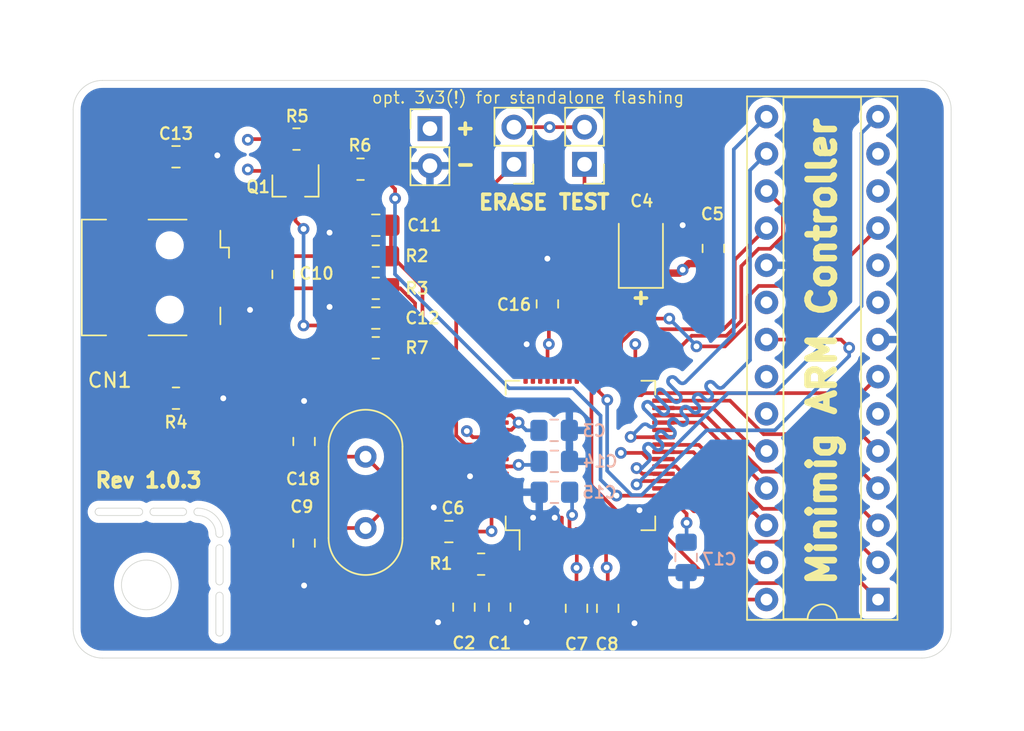
<source format=kicad_pcb>
(kicad_pcb (version 20211014) (generator pcbnew)
  (layers (0 "F.Cu" signal) (1 "In1.Cu" signal) (2 "In2.Cu" power) (31 "B.Cu" signal) (34 "B.Paste" user) (35 "F.Paste" user) (36 "B.SilkS" user "B.Silkscreen") (37 "F.SilkS" user "F.Silkscreen") (38 "B.Mask" user) (39 "F.Mask" user) (44 "Edge.Cuts" user))
  (net 0 "")
  (net 1 "GND")
  (net 2 "MCLR")
  (net 3 "BUTTON")
  (net 4 "MMC_SEL")
  (net 5 "CCLK")
  (net 6 "RXD")
  (net 7 "TXD")
  (net 8 "INIT")
  (net 9 "DONE")
  (net 10 "PROG")
  (net 11 "DISKLED")
  (net 12 "FPGA0")
  (net 13 "FPGA1")
  (net 14 "CLKEN")
  (net 15 "SDO")
  (net 16 "SCK")
  (net 17 "FPGA2")
  (net 18 "DIN")
  (net 19 "ERASE")
  (net 20 "TST")
  (net 21 "USB_DP")
  (net 22 "USB_DM")
  (net 23 "DDM")
  (net 24 "DDP")
  (net 25 "SHIELD")
  (net 26 "Net-(Q1-Pad3)")
  (net 27 "Net-(Q1-Pad1)")
  (net 28 "USB_PULLUP")
  (net 29 "Net-(C1-Pad1)")
  (net 30 "Net-(C2-Pad1)")
  (net 31 "Net-(C9-Pad1)")
  (net 32 "Net-(C18-Pad1)")
  (net 33 "VDDIN")
  (net 34 "SDI")
  (net 35 "VDDCORE")
  (footprint "Package_QFP:LQFP-64_10x10mm_P0.5mm" (layer "F.Cu") (at 134.667 46.148 90)
    (fp_text reference "U1" hide)
    (fp_text value "AT91SAM7S256" hide)
  )
  (footprint "Package_DIP:DIP-28_W7.62mm_Socket" (layer "F.Cu") (at 155 56 180)
    (fp_text reference "U2" hide)
    (fp_text value "PIC_PIN_HEADER" hide)
  )
  (footprint "Connector_PinHeader_2.54mm:PinHeader_1x02_P2.54mm_Vertical" (layer "F.Cu") (at 130.1204 26.2344 180)
    (fp_text reference "JP1" hide)
    (fp_text value "Conn_01x02_Male" hide)
  )
  (footprint "Connector_PinHeader_2.54mm:PinHeader_1x02_P2.54mm_Vertical" (layer "F.Cu") (at 134.9464 26.2344 180)
    (fp_text reference "JP2" hide)
    (fp_text value "Conn_01x02_Male" hide)
  )
  (footprint "Capacitor_SMD:C_0805_2012Metric_Pad1.18x1.45mm_HandSolder" (layer "F.Cu") (at 126.7045 56.5225 -90)
    (fp_text reference "C2")
    (fp_text value "10n" hide)
  )
  (footprint "Resistor_SMD:R_0805_2012Metric_Pad1.20x1.40mm_HandSolder" (layer "F.Cu") (at 127.8785 53.5799)
    (fp_text reference "R1")
    (fp_text value "1K5" hide)
  )
  (footprint "Capacitor_Tantalum_SMD:CP_EIA-3528-21_Kemet-B_Pad1.50x2.35mm_HandSolder" (layer "F.Cu") (at 138.7945 32.051 90)
    (fp_text reference "C4")
    (fp_text value "10u/16V" hide)
  )
  (footprint "Capacitor_SMD:C_0805_2012Metric_Pad1.18x1.45mm_HandSolder" (layer "F.Cu") (at 143.7475 31.9875 90)
    (fp_text reference "C5")
    (fp_text value "1n" hide)
  )
  (footprint "Resistor_SMD:R_0805_2012Metric_Pad1.20x1.40mm_HandSolder" (layer "F.Cu") (at 119.6375 26.57 180)
    (fp_text reference "R6")
    (fp_text value "10K" hide)
  )
  (footprint "Resistor_SMD:R_0805_2012Metric_Pad1.20x1.40mm_HandSolder" (layer "F.Cu") (at 120.6795 34.718 180)
    (fp_text reference "R3")
    (fp_text value "27R" hide)
  )
  (footprint "Resistor_SMD:R_0805_2012Metric_Pad1.20x1.40mm_HandSolder" (layer "F.Cu") (at 120.6795 38.782 180)
    (fp_text reference "R7")
    (fp_text value "1K5" hide)
  )
  (footprint "Package_TO_SOT_SMD:SOT-23" (layer "F.Cu") (at 115.1925 27.687 -90)
    (fp_text reference "Q1")
    (fp_text value "BC807" hide)
  )
  (footprint "Capacitor_SMD:C_0805_2012Metric_Pad1.18x1.45mm_HandSolder" (layer "F.Cu") (at 120.6795 36.75 180)
    (fp_text reference "C12")
    (fp_text value "15p" hide)
  )
  (footprint "Resistor_SMD:R_0805_2012Metric_Pad1.20x1.40mm_HandSolder" (layer "F.Cu") (at 120.6795 32.5155 180)
    (fp_text reference "R2")
    (fp_text value "27R" hide)
  )
  (footprint "Resistor_SMD:R_0805_2012Metric_Pad1.20x1.40mm_HandSolder" (layer "F.Cu") (at 115.2625 24.512 180)
    (fp_text reference "R5")
    (fp_text value "100K" hide)
  )
  (footprint "Capacitor_SMD:C_0805_2012Metric_Pad1.18x1.45mm_HandSolder" (layer "F.Cu") (at 115.78 52.14 -90)
    (fp_text reference "C9")
    (fp_text value "10p" hide)
  )
  (footprint "Capacitor_SMD:C_0805_2012Metric_Pad1.18x1.45mm_HandSolder" (layer "F.Cu") (at 115.78 45.19 90)
    (fp_text reference "C18")
    (fp_text value "10p" hide)
  )
  (footprint "Crystal:Crystal_HC49-U_Vertical" (layer "F.Cu") (at 119.98 51.11 90)
    (fp_text reference "X1" hide)
    (fp_text value "18.342MHz")
  )
  (footprint "Capacitor_SMD:C_0805_2012Metric_Pad1.18x1.45mm_HandSolder" (layer "F.Cu") (at 129.1485 56.5225 -90)
    (fp_text reference "C1")
    (fp_text value "1n" hide)
  )
  (footprint "Capacitor_SMD:C_0805_2012Metric_Pad1.18x1.45mm_HandSolder" (layer "F.Cu") (at 125.6725 51.35 180)
    (fp_text reference "C6")
    (fp_text value "1u" hide)
  )
  (footprint "Capacitor_SMD:C_0805_2012Metric_Pad1.18x1.45mm_HandSolder" (layer "F.Cu") (at 134.3964 56.6 -90)
    (fp_text reference "C7")
    (fp_text value "1u" hide)
  )
  (footprint "Capacitor_SMD:C_0805_2012Metric_Pad1.18x1.45mm_HandSolder" (layer "F.Cu") (at 136.53 56.6 -90)
    (fp_text reference "C8")
    (fp_text value "1n" hide)
  )
  (footprint "Capacitor_SMD:C_0805_2012Metric_Pad1.18x1.45mm_HandSolder" (layer "F.Cu") (at 132.4064 35.7848 90)
    (fp_text reference "C16")
    (fp_text value "100n" hide)
  )
  (footprint "Connector_PinHeader_2.54mm:PinHeader_1x02_P2.54mm_Vertical" (layer "F.Cu") (at 124.38 23.796)
    (fp_text reference "J1" hide)
    (fp_text value "Conn_01x02_Male" hide)
  )
  (footprint "Capacitor_SMD:C_0805_2012Metric_Pad1.18x1.45mm_HandSolder" (layer "F.Cu") (at 107.027 25.721)
    (fp_text reference "C13")
    (fp_text value "1n" hide)
  )
  (footprint "Capacitor_SMD:C_0805_2012Metric_Pad1.18x1.45mm_HandSolder" (layer "F.Cu") (at 114.347 33.7655 -90)
    (fp_text reference "C10")
    (fp_text value "33p" hide)
  )
  (footprint "Resistor_SMD:R_0805_2012Metric_Pad1.20x1.40mm_HandSolder" (layer "F.Cu") (at 107.027 42.231 180)
    (fp_text reference "R4")
    (fp_text value "1M" hide)
  )
  (footprint "Capacitor_SMD:C_0805_2012Metric_Pad1.18x1.45mm_HandSolder" (layer "F.Cu") (at 120.6795 30.4 180)
    (fp_text reference "C11")
    (fp_text value "15p" hide)
  )
  (footprint "Connector_USB:USB_Mini-B_Wuerth_65100516121_Horizontal" (layer "F.Cu") (at 106.6 33.976 -90)
    (fp_text reference "CN1")
    (fp_text value "USB_B_Mini")
  )
  (footprint "Capacitor_SMD:C_0805_2012Metric_Pad1.18x1.45mm_HandSolder" (layer "B.Cu") (at 132.87 44.43)
    (fp_text reference "C3")
    (fp_text value "100n" hide)
  )
  (footprint "Capacitor_SMD:C_0805_2012Metric_Pad1.18x1.45mm_HandSolder" (layer "B.Cu") (at 132.89 48.66 180)
    (fp_text reference "C15")
    (fp_text value "100n" hide)
  )
  (footprint "Capacitor_SMD:C_0805_2012Metric_Pad1.18x1.45mm_HandSolder" (layer "B.Cu") (at 141.89 53.12 -90)
    (fp_text reference "C17")
    (fp_text value "100n" hide)
  )
  (footprint "Capacitor_SMD:C_0805_2012Metric_Pad1.18x1.45mm_HandSolder" (layer "B.Cu") (at 132.88 46.55)
    (fp_text reference "C14")
    (fp_text value "100n" hide)
  )
  (gr_line (start 100 58) (end 100 22.5) (layer "Edge.Cuts") (width 0.05))
  (gr_line (start 110.25 58.25) (end 110.25 55.75) (layer "Edge.Cuts") (width 0.05))
  (gr_line (start 109.75 55.75) (end 109.75 58.25) (layer "Edge.Cuts") (width 0.05))
  (gr_line (start 110.25 54.75) (end 110.25 52.5) (layer "Edge.Cuts") (width 0.05))
  (gr_line (start 109.75 52.5) (end 109.75 54.75) (layer "Edge.Cuts") (width 0.05))
  (gr_line (start 101.75 49.75) (end 104.5 49.75) (layer "Edge.Cuts") (width 0.05))
  (gr_line (start 104.5 50.25) (end 101.75 50.25) (layer "Edge.Cuts") (width 0.05))
  (gr_arc (start 107.5 49.75) (mid 107.75 50) (end 107.5 50.25) (layer "Edge.Cuts") (width 0.05))
  (gr_arc (start 105.5 50.25) (mid 105.25 50) (end 105.5 49.75) (layer "Edge.Cuts") (width 0.05))
  (gr_line (start 105.5 49.75) (end 107.5 49.75) (layer "Edge.Cuts") (width 0.05))
  (gr_line (start 107.5 50.25) (end 105.5 50.25) (layer "Edge.Cuts") (width 0.05))
  (gr_arc (start 108.5 50.25) (mid 108.25 50) (end 108.5 49.75) (layer "Edge.Cuts") (width 0.05))
  (gr_arc (start 110.25 51.5) (mid 110 51.75) (end 109.75 51.5) (layer "Edge.Cuts") (width 0.05))
  (gr_line (start 102 20.5) (end 158 20.5) (layer "Edge.Cuts") (width 0.05))
  (gr_arc (start 109.75 55.75) (mid 110 55.5) (end 110.25 55.75) (layer "Edge.Cuts") (width 0.05))
  (gr_arc (start 101.75 50.25) (mid 101.5 50) (end 101.75 49.75) (layer "Edge.Cuts") (width 0.05))
  (gr_arc (start 109.75 52.5) (mid 110 52.25) (end 110.25 52.5) (layer "Edge.Cuts") (width 0.05))
  (gr_arc (start 100 22.5) (mid 100.585786 21.085786) (end 102 20.5) (layer "Edge.Cuts") (width 0.05))
  (gr_arc (start 110.25 58.25) (mid 110 58.5) (end 109.75 58.25) (layer "Edge.Cuts") (width 0.05))
  (gr_circle (center 105 55) (end 106.7 55) (layer "Edge.Cuts") (width 0.05) (fill none))
  (gr_arc (start 108.5 50.25) (mid 109.383883 50.616117) (end 109.75 51.5) (layer "Edge.Cuts") (width 0.05))
  (gr_arc (start 108.5 49.75) (mid 109.737437 50.262563) (end 110.25 51.5) (layer "Edge.Cuts") (width 0.05))
  (gr_arc (start 110.25 54.75) (mid 110 55) (end 109.75 54.75) (layer "Edge.Cuts") (width 0.05))
  (gr_arc (start 104.5 49.75) (mid 104.75 50) (end 104.5 50.25) (layer "Edge.Cuts") (width 0.05))
  (gr_line (start 158 60) (end 102 60) (layer "Edge.Cuts") (width 0.05))
  (gr_line (start 160 22.5) (end 160 58) (layer "Edge.Cuts") (width 0.05))
  (gr_arc (start 102 60) (mid 100.585786 59.414214) (end 100 58) (layer "Edge.Cuts") (width 0.05))
  (gr_arc (start 158 20.5) (mid 159.414214 21.085786) (end 160 22.5) (layer "Edge.Cuts") (width 0.05))
  (gr_arc (start 160 58) (mid 159.414214 59.414214) (end 158 60) (layer "Edge.Cuts") (width 0.05))
  (gr_text "opt. 3v3(!) for standalone flashing" (at 131.0856 21.6751) (layer "F.SilkS") (effects (font (size 0.8 0.8) (thickness 0.1))))
  (gr_text "+" (at 126.7295 23.796 90) (layer "F.SilkS") (effects (font (size 1 1) (thickness 0.25))))
  (gr_text "-" (at 126.8057 26.3487 180) (layer "F.SilkS") (effects (font (size 1 1) (thickness 0.25))))
  (gr_text "+" (at 138.731 35.3784 90) (layer "F.SilkS") (effects (font (size 1 1) (thickness 0.25))))
  (gr_text "ERASE" (at 130.0696 28.8379) (layer "F.SilkS") (effects (font (size 1 1) (thickness 0.25))))
  (gr_text "Rev 1.0.3" (at 105.15 47.85) (layer "F.SilkS") (effects (font (size 1 1) (thickness 0.25))))
  (gr_text "TEST" (at 134.921 28.8125) (layer "F.SilkS") (effects (font (size 1 1) (thickness 0.25))))
  (gr_text "Minimig ARM Controller" (at 151.177 39.036 90) (layer "F.SilkS") (effects (font (size 1.8 1.8) (thickness 0.45))))
  (segment (start 132.917 51.823) (end 132.917 50.494) (width 0.25) (layer "F.Cu") (net 1))
  (segment (start 131.4285 51.8115) (end 131.417 51.823) (width 0.25) (layer "F.Cu") (net 1))
  (segment (start 132.917 50.494) (end 132.853 50.43) (width 0.25) (layer "F.Cu") (net 1))
  (segment (start 132.853 50.43) (end 132.417 50.43) (width 0.25) (layer "F.Cu") (net 1))
  (segment (start 142.202 30.95) (end 141.652 30.4) (width 0.5) (layer "F.Cu") (net 1))
  (segment (start 119.642 30.4) (end 118.03 30.4) (width 0.5) (layer "F.Cu") (net 1))
  (segment (start 130.917 50.406) (end 130.9205 50.4025) (width 0.25) (layer "F.Cu") (net 1))
  (segment (start 131.917 51.823) (end 131.917 50.4855) (width 0.25) (layer "F.Cu") (net 1))
  (segment (start 124.6445 49.7) (end 124.6445 51.3405) (width 0.25) (layer "F.Cu") (net 1))
  (segment (start 133.397 50.4025) (end 132.9075 50.4025) (width 0.25) (layer "F.Cu") (net 1))
  (segment (start 131.917 50.4855) (end 132 50.4025) (width 0.25) (layer "F.Cu") (net 1))
  (segment (start 128.992 47.898) (end 127.448 47.898) (width 0.25) (layer "F.Cu") (net 1))
  (segment (start 138.3588 57.616) (end 136.5515 57.616) (width 0.5) (layer "F.Cu") (net 1))
  (segment (start 133.417 51.5255) (end 133.397 51.5055) (width 0.25) (layer "F.Cu") (net 1))
  (segment (start 132.3895 50.4025) (end 132 50.4025) (width 0.25) (layer "F.Cu") (net 1))
  (segment (start 132.417 51.823) (end 132.417 50.43) (width 0.25) (layer "F.Cu") (net 1))
  (segment (start 136.53 57.6375) (end 134.3964 57.6375) (width 0.5) (layer "F.Cu") (net 1))
  (segment (start 141.626 30.426) (end 141.652 30.4) (width 0.5) (layer "F.Cu") (net 1))
  (segment (start 111.4712 35.576) (end 112.0864 36.1912) (width 0.25) (layer "F.Cu") (net 1))
  (segment (start 140.342 49.898) (end 138.708 49.898) (width 0.25) (layer "F.Cu") (net 1))
  (segment (start 133.417 51.823) (end 133.417 51.5255) (width 0.25) (layer "F.Cu") (net 1))
  (segment (start 138.7945 30.426) (end 141.626 30.426) (width 0.5) (layer "F.Cu") (net 1))
  (segment (start 131.917 40.473) (end 131.917 39.467) (width 0.25) (layer "F.Cu") (net 1))
  (segment (start 115.78 53.1775) (end 115.78 55.04) (width 0.25) (layer "F.Cu") (net 1))
  (segment (start 126.7045 57.56) (end 124.943 57.56) (width 0.5) (layer "F.Cu") (net 1))
  (segment (start 132.9075 50.4025) (end 132 50.4025) (width 0.25) (layer "F.Cu") (net 1))
  (segment (start 109.755 25.721) (end 109.8512 25.6248) (width 0.25) (layer "F.Cu") (net 1))
  (segment (start 131.4285 50.4025) (end 131.4285 51.8115) (width 0.25) (layer "F.Cu") (net 1))
  (segment (start 132.4064 34.7473) (end 132.4064 32.686) (width 0.5) (layer "F.Cu") (net 1))
  (segment (start 115.78 44.1525) (end 115.78 42.42) (width 0.25) (layer "F.Cu") (net 1))
  (segment (start 130.917 51.823) (end 130.917 50.406) (width 0.25) (layer "F.Cu") (net 1))
  (segment (start 118.03 30.4) (end 117.522 30.908) (width 0.5) (layer "F.Cu") (net 1))
  (segment (start 109.2 35.576) (end 111.4712 35.576) (width 0.25) (layer "F.Cu") (net 1))
  (segment (start 133.397 51.5055) (end 133.397 50.4025) (width 0.25) (layer "F.Cu") (net 1))
  (segment (start 127.448 47.898) (end 127.12 47.57) (width 0.25) (layer "F.Cu") (net 1))
  (segment (start 132 50.4025) (end 131.4285 50.4025) (width 0.25) (layer "F.Cu") (net 1))
  (segment (start 126.7045 57.56) (end 129.1485 57.56) (width 0.5) (layer "F.Cu") (net 1))
  (segment (start 143.7475 30.95) (end 142.202 30.95) (width 0.5) (layer "F.Cu") (net 1))
  (segment (start 132.417 50.43) (end 132.3895 50.4025) (width 0.25) (layer "F.Cu") (net 1))
  (segment (start 110.2522 42.231) (end 110.2576 42.2364) (width 0.25) (layer "F.Cu") (net 1))
  (segment (start 131.917 39.467) (end 130.99 38.54) (width 0.25) (layer "F.Cu") (net 1))
  (segment (start 108.0645 25.721) (end 109.755 25.721) (width 0.5) (layer "F.Cu") (net 1))
  (segment (start 108.027 42.231) (end 110.2522 42.231) (width 0.5) (layer "F.Cu") (net 1))
  (segment (start 129.1485 57.56) (end 130.97 57.56) (width 0.5) (layer "F.Cu") (net 1))
  (segment (start 119.642 36.75) (end 119.2 36.75) (width 0.25) (layer "F.Cu") (net 1))
  (segment (start 130.9205 50.4025) (end 131.4285 50.4025) (width 0.25) (layer "F.Cu") (net 1))
  (segment (start 119.2 36.75) (end 118.438 35.988) (width 0.5) (layer "F.Cu") (net 1))
  (segment (start 118.438 35.988) (end 117.522 35.988) (width 0.5) (layer "F.Cu") (net 1))
  (via (at 138.7 49.89) (size 0.8) (drill 0.4) (layers "F.Cu" "B.Cu") (net 1))
  (via (at 117.522 35.988) (size 0.8) (drill 0.4) (layers "F.Cu" "B.Cu") (net 1))
  (via (at 130.99 38.54) (size 0.8) (drill 0.4) (layers "F.Cu" "B.Cu") (net 1))
  (via (at 124.9365 57.5535) (size 0.8) (drill 0.4) (layers "F.Cu" "B.Cu") (net 1))
  (via (at 141.652 30.4) (size 0.8) (drill 0.4) (layers "F.Cu" "B.Cu") (net 1))
  (via (at 117.522 30.908) (size 0.8) (drill 0.4) (layers "F.Cu" "B.Cu") (net 1))
  (via (at 132.9075 50.4025) (size 0.8) (drill 0.4) (layers "F.Cu" "B.Cu") (net 1))
  (via (at 127.12 47.57) (size 0.8) (drill 0.4) (layers "F.Cu" "B.Cu") (net 1))
  (via (at 124.6445 49.7) (size 0.8) (drill 0.4) (layers "F.Cu" "B.Cu") (net 1))
  (via (at 112.0864 36.1912) (size 0.8) (drill 0.4) (layers "F.Cu" "B.Cu") (net 1))
  (via (at 115.78 55.04) (size 0.8) (drill 0.4) (layers "F.Cu" "B.Cu") (net 1))
  (via (at 115.78 42.42) (size 0.8) (drill 0.4) (layers "F.Cu" "B.Cu") (net 1))
  (via (at 110.2576 42.2364) (size 0.8) (drill 0.4) (layers "F.Cu" "B.Cu") (net 1))
  (via (at 132.4064 32.686) (size 0.8) (drill 0.4) (layers "F.Cu" "B.Cu") (net 1))
  (via (at 109.8512 25.6248) (size 0.8) (drill 0.4) (layers "F.Cu" "B.Cu") (net 1))
  (via (at 130.9865 57.5435) (size 0.8) (drill 0.4) (layers "F.Cu" "B.Cu") (net 1))
  (via (at 138.3588 57.616) (size 0.8) (drill 0.4) (layers "F.Cu" "B.Cu") (net 1))
  (via (at 131.43 50.4025) (size 0.8) (drill 0.4) (layers "F.Cu" "B.Cu") (net 1))
  (segment (start 153.875489 54.875489) (end 143.695489 54.875489) (width 0.25) (layer "F.Cu") (net 2))
  (segment (start 143.695489 54.875489) (end 139.48 50.66) (width 0.25) (layer "F.Cu") (net 2))
  (segment (start 135.417 40.473) (end 135.417 48.202014) (width 0.25) (layer "F.Cu") (net 2))
  (segment (start 137.874986 50.66) (end 139.48 50.66) (width 0.25) (layer "F.Cu") (net 2))
  (segment (start 155 56) (end 153.875489 54.875489) (width 0.25) (layer "F.Cu") (net 2))
  (segment (start 135.417 48.202014) (end 137.874986 50.66) (width 0.25) (layer "F.Cu") (net 2))
  (segment (start 135.917 40.473) (end 135.917 41.767) (width 0.25) (layer "F.Cu") (net 3))
  (segment (start 135.917 41.767) (end 136.5 42.35) (width 0.25) (layer "F.Cu") (net 3))
  (segment (start 152.4692 38.22) (end 153.0312 38.782) (width 0.25) (layer "F.Cu") (net 3))
  (segment (start 147.38 38.22) (end 152.4692 38.22) (width 0.25) (layer "F.Cu") (net 3))
  (via (at 136.5 42.35) (size 0.8) (drill 0.4) (layers "F.Cu" "B.Cu") (net 3))
  (via (at 153.0312 38.782) (size 0.8) (drill 0.4) (layers "F.Cu" "B.Cu") (net 3))
  (segment (start 136.49 47.189802) (end 138.154399 48.854201) (width 0.25) (layer "B.Cu") (net 3))
  (segment (start 136.49 42.43) (end 136.49 47.189802) (width 0.25) (layer "B.Cu") (net 3))
  (segment (start 143.279601 44.425001) (end 147.953884 44.425001) (width 0.25) (layer "B.Cu") (net 3))
  (segment (start 138.154399 48.854201) (end 138.850401 48.854201) (width 0.25) (layer "B.Cu") (net 3))
  (segment (start 138.850401 48.854201) (end 143.279601 44.425001) (width 0.25) (layer "B.Cu") (net 3))
  (segment (start 153.0312 39.347685) (end 153.0312 38.782) (width 0.25) (layer "B.Cu") (net 3))
  (segment (start 147.953884 44.425001) (end 153.0312 39.347685) (width 0.25) (layer "B.Cu") (net 3))
  (segment (start 136.417 38.815088) (end 138.445088 36.787) (width 0.25) (layer "F.Cu") (net 4))
  (segment (start 138.445088 36.787) (end 140.7376 36.787) (width 0.25) (layer "F.Cu") (net 4))
  (segment (start 144.54381 38.68701) (end 142.596404 38.68701) (width 0.25) (layer "F.Cu") (net 4))
  (segment (start 155 30.6) (end 151.045001 34.554999) (width 0.25) (layer "F.Cu") (net 4))
  (segment (start 146.839999 34.554999) (end 146.108018 35.28698) (width 0.25) (layer "F.Cu") (net 4))
  (segment (start 146.108018 35.28698) (end 146.108018 37.122802) (width 0.25) (layer "F.Cu") (net 4))
  (segment (start 151.045001 34.554999) (end 146.839999 34.554999) (width 0.25) (layer "F.Cu") (net 4))
  (segment (start 146.108018 37.122802) (end 144.54381 38.68701) (width 0.25) (layer "F.Cu") (net 4))
  (segment (start 136.417 40.473) (end 136.417 38.815088) (width 0.25) (layer "F.Cu") (net 4))
  (via (at 142.596404 38.68701) (size 0.8) (drill 0.4) (layers "F.Cu" "B.Cu") (net 4))
  (via (at 140.7376 36.787) (size 0.8) (drill 0.4) (layers "F.Cu" "B.Cu") (net 4))
  (segment (start 140.7376 36.787) (end 142.596404 38.645804) (width 0.25) (layer "B.Cu") (net 4))
  (segment (start 142.596404 38.645804) (end 142.596404 38.68701) (width 0.25) (layer "B.Cu") (net 4))
  (segment (start 153.875489 41.884511) (end 138.981909 41.884511) (width 0.25) (layer "F.Cu") (net 5))
  (segment (start 136.917 41.313006) (end 136.917 40.473) (width 0.25) (layer "F.Cu") (net 5))
  (segment (start 138.981909 41.884511) (end 138.84389 42.02253) (width 0.25) (layer "F.Cu") (net 5))
  (segment (start 138.84389 42.02253) (end 137.626524 42.02253) (width 0.25) (layer "F.Cu") (net 5))
  (segment (start 137.626524 42.02253) (end 136.917 41.313006) (width 0.25) (layer "F.Cu") (net 5))
  (segment (start 155 40.76) (end 153.875489 41.884511) (width 0.25) (layer "F.Cu") (net 5))
  (segment (start 137.417 40.473) (end 137.421 40.473) (width 0.25) (layer "F.Cu") (net 6))
  (segment (start 145.208 32.772) (end 147.38 30.6) (width 0.25) (layer "F.Cu") (net 6))
  (segment (start 137.421 40.473) (end 137.44199 40.45201) (width 0.25) (layer "F.Cu") (net 6))
  (segment (start 145.208 36.75) (end 145.208 32.772) (width 0.25) (layer "F.Cu") (net 6))
  (segment (start 137.44199 38.426508) (end 138.356498 37.512) (width 0.25) (layer "F.Cu") (net 6))
  (segment (start 138.356498 37.512) (end 144.446 37.512) (width 0.25) (layer "F.Cu") (net 6))
  (segment (start 137.44199 40.45201) (end 137.44199 38.426508) (width 0.25) (layer "F.Cu") (net 6))
  (segment (start 144.446 37.512) (end 145.208 36.75) (width 0.25) (layer "F.Cu") (net 6))
  (segment (start 148.505001 29.185001) (end 148.505001 31.140001) (width 0.25) (layer "F.Cu") (net 7))
  (segment (start 144.6324 37.96201) (end 142.268692 37.96201) (width 0.25) (layer "F.Cu") (net 7))
  (segment (start 137.917 41.313702) (end 137.917 40.473) (width 0.25) (layer "F.Cu") (net 7))
  (segment (start 145.65801 33.196988) (end 145.658009 36.936401) (width 0.25) (layer "F.Cu") (net 7))
  (segment (start 142.268692 37.96201) (end 138.657692 41.57301) (width 0.25) (layer "F.Cu") (net 7))
  (segment (start 146.839999 32.014999) (end 145.65801 33.196988) (width 0.25) (layer "F.Cu") (net 7))
  (segment (start 148.505001 31.140001) (end 147.630003 32.014999) (width 0.25) (layer "F.Cu") (net 7))
  (segment (start 147.38 28.06) (end 148.505001 29.185001) (width 0.25) (layer "F.Cu") (net 7))
  (segment (start 145.658009 36.936401) (end 144.6324 37.96201) (width 0.25) (layer "F.Cu") (net 7))
  (segment (start 138.657692 41.57301) (end 138.176308 41.57301) (width 0.25) (layer "F.Cu") (net 7))
  (segment (start 147.630003 32.014999) (end 146.839999 32.014999) (width 0.25) (layer "F.Cu") (net 7))
  (segment (start 138.176308 41.57301) (end 137.917 41.313702) (width 0.25) (layer "F.Cu") (net 7))
  (segment (start 147.1797 44.69) (end 153.85 44.69) (width 0.25) (layer "F.Cu") (net 8))
  (segment (start 140.342 42.398) (end 144.8877 42.398) (width 0.25) (layer "F.Cu") (net 8))
  (segment (start 144.8877 42.398) (end 147.1797 44.69) (width 0.25) (layer "F.Cu") (net 8))
  (segment (start 153.85 44.69) (end 155 45.84) (width 0.25) (layer "F.Cu") (net 8))
  (segment (start 146.66 45.84) (end 147.38 45.84) (width 0.25) (layer "F.Cu") (net 9))
  (segment (start 143.7295 42.9095) (end 146.66 45.84) (width 0.25) (layer "F.Cu") (net 9))
  (segment (start 140.3535 42.9095) (end 143.7295 42.9095) (width 0.25) (layer "F.Cu") (net 9))
  (segment (start 140.342 42.898) (end 140.3535 42.9095) (width 0.25) (layer "F.Cu") (net 9))
  (segment (start 155 48.38) (end 153.874999 47.254999) (width 0.25) (layer "F.Cu") (net 10))
  (segment (start 147.076999 47.254999) (end 143.22 43.398) (width 0.25) (layer "F.Cu") (net 10))
  (segment (start 143.22 43.398) (end 140.342 43.398) (width 0.25) (layer "F.Cu") (net 10))
  (segment (start 153.874999 47.254999) (end 147.076999 47.254999) (width 0.25) (layer "F.Cu") (net 10))
  (segment (start 147.38 48.38) (end 142.898 43.898) (width 0.25) (layer "F.Cu") (net 11))
  (segment (start 142.898 43.898) (end 140.342 43.898) (width 0.25) (layer "F.Cu") (net 11))
  (segment (start 140.342 45.4095) (end 140.35549 45.42299) (width 0.25) (layer "F.Cu") (net 12))
  (segment (start 140.342 45.398) (end 140.342 45.4095) (width 0.25) (layer "F.Cu") (net 12))
  (segment (start 140.35549 45.42299) (end 142.757988 45.42299) (width 0.25) (layer "F.Cu") (net 12))
  (segment (start 153.874999 49.794999) (end 155 50.92) (width 0.25) (layer "F.Cu") (net 12))
  (segment (start 147.129997 49.794999) (end 153.874999 49.794999) (width 0.25) (layer "F.Cu") (net 12))
  (segment (start 142.757988 45.42299) (end 147.129997 49.794999) (width 0.25) (layer "F.Cu") (net 12))
  (segment (start 147.38 50.92) (end 146.595 50.135) (width 0.25) (layer "F.Cu") (net 13))
  (segment (start 146.170735 50.134999) (end 146.170734 50.134999) (width 0.25) (layer "F.Cu") (net 13))
  (segment (start 142.918029 47.447978) (end 142.918031 47.447979) (width 0.25) (layer "F.Cu") (net 13))
  (segment (start 142.935704 46.475704) (end 142.38299 45.92299) (width 0.25) (layer "F.Cu") (net 13))
  (segment (start 145.534336 49.074336) (end 145.03936 49.569309) (width 0.25) (layer "F.Cu") (net 13))
  (segment (start 145.463627 49.993577) (end 145.463627 49.993576) (width 0.25) (layer "F.Cu") (net 13))
  (segment (start 142.935703 46.475704) (end 142.935704 46.475704) (width 0.25) (layer "F.Cu") (net 13))
  (segment (start 140.41099 45.92299) (end 140.386 45.898) (width 0.25) (layer "F.Cu") (net 13))
  (segment (start 143.466036 46.793903) (end 143.147837 46.475704) (width 0.25) (layer "F.Cu") (net 13))
  (segment (start 143.890304 47.324237) (end 143.83727 47.37727) (width 0.25) (layer "F.Cu") (net 13))
  (segment (start 145.58737 49.021303) (end 145.534336 49.074336) (width 0.25) (layer "F.Cu") (net 13))
  (segment (start 145.163102 48.490969) (end 144.844903 48.17277) (width 0.25) (layer "F.Cu") (net 13))
  (segment (start 144.615095 49.145044) (end 144.615097 49.145045) (width 0.25) (layer "F.Cu") (net 13))
  (segment (start 146.170734 50.134999) (end 145.887892 50.417842) (width 0.25) (layer "F.Cu") (net 13))
  (segment (start 144.615097 49.145045) (end 145.163102 48.597035) (width 0.25) (layer "F.Cu") (net 13))
  (segment (start 145.463627 49.993576) (end 146.011635 49.445568) (width 0.25) (layer "F.Cu") (net 13))
  (segment (start 144.738837 48.17277) (end 144.685803 48.225803) (width 0.25) (layer "F.Cu") (net 13))
  (segment (start 146.011635 49.339502) (end 145.693436 49.021303) (width 0.25) (layer "F.Cu") (net 13))
  (segment (start 142.38299 45.92299) (end 140.41099 45.92299) (width 0.25) (layer "F.Cu") (net 13))
  (segment (start 143.83727 47.37727) (end 143.342294 47.872243) (width 0.25) (layer "F.Cu") (net 13))
  (segment (start 142.918031 47.447979) (end 143.466036 46.899969) (width 0.25) (layer "F.Cu") (net 13))
  (segment (start 144.314569 47.642436) (end 143.99637 47.324237) (width 0.25) (layer "F.Cu") (net 13))
  (segment (start 143.766562 48.296511) (end 143.766564 48.296512) (width 0.25) (layer "F.Cu") (net 13))
  (segment (start 144.685803 48.225803) (end 144.190827 48.720776) (width 0.25) (layer "F.Cu") (net 13))
  (segment (start 143.766564 48.296512) (end 144.314569 47.748502) (width 0.25) (layer "F.Cu") (net 13))
  (segment (start 140.386 45.898) (end 140.342 45.898) (width 0.25) (layer "F.Cu") (net 13))
  (arc (start 145.03936 49.569309) (mid 144.827228 49.657177) (end 144.615096 49.569309) (width 0.25) (layer "F.Cu") (net 13))
  (arc (start 142.91803 47.872243) (mid 142.830162 47.660112) (end 142.918029 47.447978) (width 0.25) (layer "F.Cu") (net 13))
  (arc (start 143.466036 46.899969) (mid 143.488003 46.846936) (end 143.466036 46.793903) (width 0.25) (layer "F.Cu") (net 13))
  (arc (start 145.887892 50.417842) (mid 145.67576 50.50571) (end 145.463628 50.417842) (width 0.25) (layer "F.Cu") (net 13))
  (arc (start 144.844903 48.17277) (mid 144.79187 48.150803) (end 144.738837 48.17277) (width 0.25) (layer "F.Cu") (net 13))
  (arc (start 145.463628 50.417842) (mid 145.375758 50.205709) (end 145.463627 49.993577) (width 0.25) (layer "F.Cu") (net 13))
  (arc (start 145.693436 49.021303) (mid 145.640403 48.999336) (end 145.58737 49.021303) (width 0.25) (layer "F.Cu") (net 13))
  (arc (start 144.314569 47.748502) (mid 144.336536 47.695469) (end 144.314569 47.642436) (width 0.25) (layer "F.Cu") (net 13))
  (arc (start 143.041771 46.475704) (mid 142.988737 46.497671) (end 142.935703 46.475704) (width 0.25) (layer "F.Cu") (net 13))
  (arc (start 145.163102 48.597035) (mid 145.185069 48.544002) (end 145.163102 48.490969) (width 0.25) (layer "F.Cu") (net 13))
  (arc (start 146.011635 49.445568) (mid 146.033602 49.392535) (end 146.011635 49.339502) (width 0.25) (layer "F.Cu") (net 13))
  (arc (start 144.615096 49.569309) (mid 144.527228 49.357178) (end 144.615095 49.145044) (width 0.25) (layer "F.Cu") (net 13))
  (arc (start 143.147837 46.475704) (mid 143.094804 46.453737) (end 143.041771 46.475704) (width 0.25) (layer "F.Cu") (net 13))
  (arc (start 146.595 50.135) (mid 146.382867 50.04713) (end 146.170735 50.134999) (width 0.25) (layer "F.Cu") (net 13))
  (arc (start 144.190827 48.720776) (mid 143.978695 48.808644) (end 143.766563 48.720776) (width 0.25) (layer "F.Cu") (net 13))
  (arc (start 143.342294 47.872243) (mid 143.130162 47.960111) (end 142.91803 47.872243) (width 0.25) (layer "F.Cu") (net 13))
  (arc (start 143.99637 47.324237) (mid 143.943337 47.30227) (end 143.890304 47.324237) (width 0.25) (layer "F.Cu") (net 13))
  (arc (start 143.766563 48.720776) (mid 143.678695 48.508645) (end 143.766562 48.296511) (width 0.25) (layer "F.Cu") (net 13))
  (segment (start 155 53.46) (end 153.585001 52.045001) (width 0.25) (layer "F.Cu") (net 14))
  (segment (start 153.585001 52.045001) (end 146.329703 52.045001) (width 0.25) (layer "F.Cu") (net 14))
  (segment (start 141.182702 46.898) (end 140.342 46.898) (width 0.25) (layer "F.Cu") (net 14))
  (segment (start 146.329703 52.045001) (end 141.182702 46.898) (width 0.25) (layer "F.Cu") (net 14))
  (segment (start 138.5024 47.0116) (end 138.8888 47.398) (width 0.25) (layer "F.Cu") (net 15))
  (segment (start 138.8888 47.398) (end 140.342 47.398) (width 0.25) (layer "F.Cu") (net 15))
  (via (at 138.5024 47.0116) (size 0.8) (drill 0.4) (layers "F.Cu" "B.Cu") (net 15))
  (segment (start 139.345 46.110736) (end 139.09295 45.858686) (width 0.25) (layer "B.Cu") (net 15))
  (segment (start 146.254999 26.645001) (end 147.38 25.52) (width 0.25) (layer "B.Cu") (net 15))
  (segment (start 143.759866 41.191771) (end 144.011917 41.443822) (width 0.25) (layer "B.Cu") (net 15))
  (segment (start 138.5024 47.0116) (end 138.8684 47.0116) (width 0.25) (layer "B.Cu") (net 15))
  (segment (start 139.517216 45.434421) (end 139.769267 45.686472) (width 0.25) (layer "B.Cu") (net 15))
  (segment (start 141.89059 43.989411) (end 141.89059 43.98941) (width 0.25) (layer "B.Cu") (net 15))
  (segment (start 140.193531 45.686472) (end 140.19353 45.686471) (width 0.25) (layer "B.Cu") (net 15))
  (segment (start 142.739121 43.140882) (end 142.73912 43.140881) (width 0.25) (layer "B.Cu") (net 15))
  (segment (start 143.58765 42.292351) (end 143.58765 42.29235) (width 0.25) (layer "B.Cu") (net 15))
  (segment (start 142.73912 42.716616) (end 142.48707 42.464566) (width 0.25) (layer "B.Cu") (net 15))
  (segment (start 142.062806 42.888831) (end 142.314857 43.140882) (width 0.25) (layer "B.Cu") (net 15))
  (segment (start 142.911336 42.040302) (end 142.911336 42.040301) (width 0.25) (layer "B.Cu") (net 15))
  (segment (start 143.759866 41.191772) (end 143.759866 41.191771) (width 0.25) (layer "B.Cu") (net 15))
  (segment (start 141.04206 44.837941) (end 141.04206 44.83794) (width 0.25) (layer "B.Cu") (net 15))
  (segment (start 141.04206 44.413676) (end 140.79001 44.161626) (width 0.25) (layer "B.Cu") (net 15))
  (segment (start 142.73912 43.140881) (end 142.73912 43.14088) (width 0.25) (layer "B.Cu") (net 15))
  (segment (start 141.042061 44.837942) (end 141.04206 44.837941) (width 0.25) (layer "B.Cu") (net 15))
  (segment (start 138.8684 47.0116) (end 139.345 46.535) (width 0.25) (layer "B.Cu") (net 15))
  (segment (start 146.254999 39.625001) (end 146.254999 26.645001) (width 0.25) (layer "B.Cu") (net 15))
  (segment (start 141.214276 43.737361) (end 141.466327 43.989412) (width 0.25) (layer "B.Cu") (net 15))
  (segment (start 139.517216 45.434422) (end 139.517216 45.434421) (width 0.25) (layer "B.Cu") (net 15))
  (segment (start 141.890591 43.989412) (end 141.89059 43.989411) (width 0.25) (layer "B.Cu") (net 15))
  (segment (start 140.365746 44.585892) (end 140.365746 44.585891) (width 0.25) (layer "B.Cu") (net 15))
  (segment (start 144.43618 41.443821) (end 146.254999 39.625001) (width 0.25) (layer "B.Cu") (net 15))
  (segment (start 142.062806 42.888832) (end 142.062806 42.888831) (width 0.25) (layer "B.Cu") (net 15))
  (segment (start 140.19353 45.686471) (end 140.19353 45.68647) (width 0.25) (layer "B.Cu") (net 15))
  (segment (start 141.89059 43.565146) (end 141.63854 43.313096) (width 0.25) (layer "B.Cu") (net 15))
  (segment (start 142.911336 42.040301) (end 143.163387 42.292352) (width 0.25) (layer "B.Cu") (net 15))
  (segment (start 140.19353 45.262206) (end 139.94148 45.010156) (width 0.25) (layer "B.Cu") (net 15))
  (segment (start 143.587651 42.292352) (end 143.58765 42.292351) (width 0.25) (layer "B.Cu") (net 15))
  (segment (start 141.214276 43.737362) (end 141.214276 43.737361) (width 0.25) (layer "B.Cu") (net 15))
  (segment (start 140.365746 44.585891) (end 140.617797 44.837942) (width 0.25) (layer "B.Cu") (net 15))
  (segment (start 144.436181 41.443822) (end 144.43618 41.443821) (width 0.25) (layer "B.Cu") (net 15))
  (segment (start 143.58765 41.868086) (end 143.3356 41.616036) (width 0.25) (layer "B.Cu") (net 15))
  (arc (start 142.314857 43.140882) (mid 142.526989 43.22875) (end 142.739121 43.140882) (width 0.25) (layer "B.Cu") (net 15))
  (arc (start 141.89059 43.98941) (mid 141.978458 43.777278) (end 141.89059 43.565146) (width 0.25) (layer "B.Cu") (net 15))
  (arc (start 142.48707 42.464566) (mid 142.399202 42.252434) (end 142.48707 42.040302) (width 0.25) (layer "B.Cu") (net 15))
  (arc (start 139.09295 45.434422) (mid 139.305084 45.346553) (end 139.517216 45.434422) (width 0.25) (layer "B.Cu") (net 15))
  (arc (start 139.769267 45.686472) (mid 139.981399 45.77434) (end 140.193531 45.686472) (width 0.25) (layer "B.Cu") (net 15))
  (arc (start 140.79001 44.161626) (mid 140.702142 43.949494) (end 140.79001 43.737362) (width 0.25) (layer "B.Cu") (net 15))
  (arc (start 139.94148 44.585892) (mid 140.153614 44.498023) (end 140.365746 44.585892) (width 0.25) (layer "B.Cu") (net 15))
  (arc (start 143.58765 42.29235) (mid 143.675518 42.080218) (end 143.58765 41.868086) (width 0.25) (layer "B.Cu") (net 15))
  (arc (start 141.63854 43.313096) (mid 141.550672 43.100964) (end 141.63854 42.888832) (width 0.25) (layer "B.Cu") (net 15))
  (arc (start 143.3356 41.616036) (mid 143.247732 41.403904) (end 143.3356 41.191772) (width 0.25) (layer "B.Cu") (net 15))
  (arc (start 143.163387 42.292352) (mid 143.375519 42.38022) (end 143.587651 42.292352) (width 0.25) (layer "B.Cu") (net 15))
  (arc (start 139.94148 45.010156) (mid 139.853612 44.798024) (end 139.94148 44.585892) (width 0.25) (layer "B.Cu") (net 15))
  (arc (start 141.04206 44.83794) (mid 141.129928 44.625808) (end 141.04206 44.413676) (width 0.25) (layer "B.Cu") (net 15))
  (arc (start 142.73912 43.14088) (mid 142.826988 42.928748) (end 142.73912 42.716616) (width 0.25) (layer "B.Cu") (net 15))
  (arc (start 142.48707 42.040302) (mid 142.699204 41.952433) (end 142.911336 42.040302) (width 0.25) (layer "B.Cu") (net 15))
  (arc (start 141.466327 43.989412) (mid 141.678459 44.07728) (end 141.890591 43.989412) (width 0.25) (layer "B.Cu") (net 15))
  (arc (start 144.011917 41.443822) (mid 144.224049 41.53169) (end 144.436181 41.443822) (width 0.25) (layer "B.Cu") (net 15))
  (arc (start 140.617797 44.837942) (mid 140.829929 44.92581) (end 141.042061 44.837942) (width 0.25) (layer "B.Cu") (net 15))
  (arc (start 143.3356 41.191772) (mid 143.547734 41.103903) (end 143.759866 41.191772) (width 0.25) (layer "B.Cu") (net 15))
  (arc (start 139.09295 45.858686) (mid 139.005082 45.646554) (end 139.09295 45.434422) (width 0.25) (layer "B.Cu") (net 15))
  (arc (start 140.19353 45.68647) (mid 140.281398 45.474338) (end 140.19353 45.262206) (width 0.25) (layer "B.Cu") (net 15))
  (arc (start 141.63854 42.888832) (mid 141.850674 42.800963) (end 142.062806 42.888832) (width 0.25) (layer "B.Cu") (net 15))
  (arc (start 139.345 46.535) (mid 139.432868 46.322868) (end 139.345 46.110736) (width 0.25) (layer "B.Cu") (net 15))
  (arc (start 140.79001 43.737362) (mid 141.002144 43.649493) (end 141.214276 43.737362) (width 0.25) (layer "B.Cu") (net 15))
  (segment (start 138.7336 47.898) (end 140.342 47.898) (width 0.25) (layer "F.Cu") (net 16))
  (segment (start 138.5024 48.1292) (end 138.7336 47.898) (width 0.25) (layer "F.Cu") (net 16))
  (via (at 138.5024 48.1292) (size 0.8) (drill 0.4) (layers "F.Cu" "B.Cu") (net 16))
  (segment (start 144.746599 41.885001) (end 147.920001 41.885001) (width 0.25) (layer "B.Cu") (net 16))
  (segment (start 147.920001 41.885001) (end 153.874999 35.930003) (width 0.25) (layer "B.Cu") (net 16))
  (segment (start 153.874999 35.930003) (end 153.874999 24.105001) (width 0.25) (layer "B.Cu") (net 16))
  (segment (start 153.874999 24.105001) (end 155 22.98) (width 0.25) (layer "B.Cu") (net 16))
  (segment (start 138.5024 48.1292) (end 144.746599 41.885001) (width 0.25) (layer "B.Cu") (net 16))
  (segment (start 142.635355 49.850653) (end 142.551481 49.934524) (width 0.25) (layer "F.Cu") (net 17))
  (segment (start 143.669699 51.361906) (end 143.669701 51.361907) (width 0.25) (layer "F.Cu") (net 17))
  (segment (start 141.579207 48.794506) (end 141.241845 48.457143) (width 0.25) (layer "F.Cu") (net 17))
  (segment (start 143.267236 49.652071) (end 143.258203 49.643038) (width 0.25) (layer "F.Cu") (net 17))
  (segment (start 145.180953 52.396251) (end 144.695009 52.882192) (width 0.25) (layer "F.Cu") (net 17))
  (segment (start 144.540036 51.340103) (end 144.33242 51.547718) (width 0.25) (layer "F.Cu") (net 17))
  (segment (start 143.691503 50.49157) (end 143.483887 50.699185) (width 0.25) (layer "F.Cu") (net 17))
  (segment (start 142.97575 50.358792) (end 143.059621 50.274919) (width 0.25) (layer "F.Cu") (net 17))
  (segment (start 145.81735 52.617418) (end 145.817351 52.617417) (width 0.25) (layer "F.Cu") (net 17))
  (segment (start 147.38 53.46) (end 146.244702 53.46) (width 0.25) (layer "F.Cu") (net 17))
  (segment (start 143.483887 50.699185) (end 143.400013 50.783056) (width 0.25) (layer "F.Cu") (net 17))
  (segment (start 143.669701 51.361907) (end 144.115768 50.915835) (width 0.25) (layer "F.Cu") (net 17))
  (segment (start 142.418704 48.803539) (end 142.409671 48.794506) (width 0.25) (layer "F.Cu") (net 17))
  (segment (start 145.817351 52.202185) (end 145.808318 52.193152) (width 0.25) (layer "F.Cu") (net 17))
  (segment (start 145.393086 52.193152) (end 145.18547 52.400767) (width 0.25) (layer "F.Cu") (net 17))
  (segment (start 142.975748 50.358791) (end 142.97575 50.358792) (width 0.25) (layer "F.Cu") (net 17))
  (segment (start 143.267237 49.652072) (end 143.267236 49.652071) (width 0.25) (layer "F.Cu") (net 17))
  (segment (start 142.842971 49.643038) (end 142.635355 49.850653) (width 0.25) (layer "F.Cu") (net 17))
  (segment (start 144.115768 50.500603) (end 144.106735 50.49157) (width 0.25) (layer "F.Cu") (net 17))
  (segment (start 141.241845 48.457143) (end 141.182702 48.398) (width 0.25) (layer "F.Cu") (net 17))
  (segment (start 144.270746 52.457928) (end 144.964301 51.764368) (width 0.25) (layer "F.Cu") (net 17))
  (segment (start 144.115769 50.500604) (end 144.115768 50.500603) (width 0.25) (layer "F.Cu") (net 17))
  (segment (start 141.182702 48.398) (end 140.342 48.398) (width 0.25) (layer "F.Cu") (net 17))
  (segment (start 142.383737 49.934524) (end 142.127217 49.678004) (width 0.25) (layer "F.Cu") (net 17))
  (segment (start 142.127216 49.510259) (end 142.127218 49.51026) (width 0.25) (layer "F.Cu") (net 17))
  (segment (start 142.418705 48.80354) (end 142.418704 48.803539) (width 0.25) (layer "F.Cu") (net 17))
  (segment (start 145.18547 52.400767) (end 145.180953 52.396251) (width 0.25) (layer "F.Cu") (net 17))
  (segment (start 143.232269 50.783056) (end 142.975749 50.526536) (width 0.25) (layer "F.Cu") (net 17))
  (segment (start 144.33242 51.547718) (end 144.093964 51.786171) (width 0.25) (layer "F.Cu") (net 17))
  (segment (start 144.270744 52.457927) (end 144.270746 52.457928) (width 0.25) (layer "F.Cu") (net 17))
  (segment (start 144.964301 51.349136) (end 144.955268 51.340103) (width 0.25) (layer "F.Cu") (net 17))
  (segment (start 144.964302 51.349137) (end 144.964301 51.349136) (width 0.25) (layer "F.Cu") (net 17))
  (segment (start 142.127218 49.51026) (end 142.211089 49.426387) (width 0.25) (layer "F.Cu") (net 17))
  (segment (start 146.244702 53.46) (end 145.817351 53.032649) (width 0.25) (layer "F.Cu") (net 17))
  (segment (start 142.211089 49.426387) (end 142.418704 49.218771) (width 0.25) (layer "F.Cu") (net 17))
  (segment (start 143.059621 50.274919) (end 143.267236 50.067303) (width 0.25) (layer "F.Cu") (net 17))
  (arc (start 144.106735 50.49157) (mid 143.899119 50.405573) (end 143.691503 50.49157) (width 0.25) (layer "F.Cu") (net 17))
  (arc (start 143.267236 50.067303) (mid 143.353234 49.859688) (end 143.267237 49.652072) (width 0.25) (layer "F.Cu") (net 17))
  (arc (start 143.400013 50.783056) (mid 143.316142 50.817798) (end 143.232269 50.783056) (width 0.25) (layer "F.Cu") (net 17))
  (arc (start 142.975749 50.526536) (mid 142.941007 50.442664) (end 142.975748 50.358791) (width 0.25) (layer "F.Cu") (net 17))
  (arc (start 144.270745 52.882192) (mid 144.182877 52.670061) (end 144.270744 52.457927) (width 0.25) (layer "F.Cu") (net 17))
  (arc (start 144.955268 51.340103) (mid 144.747652 51.254106) (end 144.540036 51.340103) (width 0.25) (layer "F.Cu") (net 17))
  (arc (start 145.817351 52.617417) (mid 145.903348 52.409801) (end 145.817351 52.202185) (width 0.25) (layer "F.Cu") (net 17))
  (arc (start 145.817351 53.032649) (mid 145.731353 52.825034) (end 145.81735 52.617418) (width 0.25) (layer "F.Cu") (net 17))
  (arc (start 142.127217 49.678004) (mid 142.092475 49.594132) (end 142.127216 49.510259) (width 0.25) (layer "F.Cu") (net 17))
  (arc (start 143.258203 49.643038) (mid 143.050587 49.557041) (end 142.842971 49.643038) (width 0.25) (layer "F.Cu") (net 17))
  (arc (start 142.551481 49.934524) (mid 142.46761 49.969266) (end 142.383737 49.934524) (width 0.25) (layer "F.Cu") (net 17))
  (arc (start 145.808318 52.193152) (mid 145.600702 52.107155) (end 145.393086 52.193152) (width 0.25) (layer "F.Cu") (net 17))
  (arc (start 142.409671 48.794506) (mid 142.202055 48.708509) (end 141.994439 48.794506) (width 0.25) (layer "F.Cu") (net 17))
  (arc (start 144.695009 52.882192) (mid 144.482877 52.97006) (end 144.270745 52.882192) (width 0.25) (layer "F.Cu") (net 17))
  (arc (start 142.418704 49.218771) (mid 142.504702 49.011156) (end 142.418705 48.80354) (width 0.25) (layer "F.Cu") (net 17))
  (arc (start 144.093964 51.786171) (mid 143.881832 51.874039) (end 143.6697 51.786171) (width 0.25) (layer "F.Cu") (net 17))
  (arc (start 143.6697 51.786171) (mid 143.581832 51.57404) (end 143.669699 51.361906) (width 0.25) (layer "F.Cu") (net 17))
  (arc (start 144.964301 51.764368) (mid 145.050299 51.556753) (end 144.964302 51.349137) (width 0.25) (layer "F.Cu") (net 17))
  (arc (start 144.115768 50.915835) (mid 144.201766 50.70822) (end 144.115769 50.500604) (width 0.25) (layer "F.Cu") (net 17))
  (arc (start 141.994439 48.794506) (mid 141.786823 48.880503) (end 141.579207 48.794506) (width 0.25) (layer "F.Cu") (net 17))
  (segment (start 141.23 56) (end 138.417 53.187) (width 0.25) (layer "F.Cu") (net 18))
  (segment (start 147.38 56) (end 141.23 56) (width 0.25) (layer "F.Cu") (net 18))
  (segment (start 138.417 53.187) (end 138.417 51.823) (width 0.25) (layer "F.Cu") (net 18))
  (segment (start 126.175489 44.780103) (end 126.175489 30.179311) (width 0.25) (layer "F.Cu") (net 19))
  (segment (start 126.793386 45.398) (end 126.175489 44.780103) (width 0.25) (layer "F.Cu") (net 19))
  (segment (start 128.992 45.398) (end 126.793386 45.398) (width 0.25) (layer "F.Cu") (net 19))
  (segment (start 126.175489 30.179311) (end 130.1204 26.2344) (width 0.25) (layer "F.Cu") (net 19))
  (segment (start 134.94199 40.22151) (end 134.94199 26.23881) (width 0.25) (layer "F.Cu") (net 20))
  (segment (start 134.917 40.473) (end 134.917 40.2465) (width 0.25) (layer "F.Cu") (net 20))
  (segment (start 134.94199 26.23881) (end 134.9464 26.2344) (width 0.25) (layer "F.Cu") (net 20))
  (segment (start 134.917 40.2465) (end 134.94199 40.22151) (width 0.25) (layer "F.Cu") (net 20))
  (segment (start 119.6795 34.718) (end 114.432 34.718) (width 0.25) (layer "F.Cu") (net 21))
  (segment (start 114.347 34.803) (end 113.52 33.976) (width 0.25) (layer "F.Cu") (net 21))
  (segment (start 114.432 34.718) (end 114.347 34.803) (width 0.25) (layer "F.Cu") (net 21))
  (segment (start 113.52 33.976) (end 109.2 33.976) (width 0.25) (layer "F.Cu") (net 21))
  (segment (start 114.5595 32.5155) (end 114.347 32.728) (width 0.25) (layer "F.Cu") (net 22))
  (segment (start 119.6795 32.5155) (end 114.5595 32.5155) (width 0.25) (layer "F.Cu") (net 22))
  (segment (start 114.347 32.728) (end 113.899 33.176) (width 0.25) (layer "F.Cu") (net 22))
  (segment (start 113.899 33.176) (end 109.2 33.176) (width 0.25) (layer "F.Cu") (net 22))
  (segment (start 123.879522 38.944756) (end 123.872 38.878) (width 0.25) (layer "F.Cu") (net 23))
  (segment (start 124.564188 39.478) (end 124.556667 39.411243) (width 0.25) (layer "F.Cu") (net 23))
  (segment (start 124.330945 39.770478) (end 124.394354 39.74829) (width 0.25) (layer "F.Cu") (net 23))
  (segment (start 124.394354 39.74829) (end 124.451235 39.712549) (width 0.25) (layer "F.Cu") (net 23))
  (segment (start 124.498738 39.290953) (end 124.451235 39.24345) (width 0.25) (layer "F.Cu") (net 23))
  (segment (start 121.717 32.478) (end 121.6795 32.5155) (width 0.25) (layer "F.Cu") (net 23))
  (segment (start 124.172 39.778) (end 124.264188 39.778) (width 0.25) (layer "F.Cu") (net 23))
  (segment (start 124.498738 39.665046) (end 124.534479 39.608165) (width 0.25) (layer "F.Cu") (net 23))
  (segment (start 128.992 45.898) (end 124.4348 45.898) (width 0.25) (layer "F.Cu") (net 23))
  (segment (start 123.90171 39.008165) (end 123.879522 38.944756) (width 0.25) (layer "F.Cu") (net 23))
  (segment (start 121.717 30.4) (end 121.717 32.478) (width 0.25) (layer "F.Cu") (net 23))
  (segment (start 124.105244 39.170478) (end 124.041835 39.14829) (width 0.25) (layer "F.Cu") (net 23))
  (segment (start 123.937451 39.065046) (end 123.90171 39.008165) (width 0.25) (layer "F.Cu") (net 23))
  (segment (start 123.984954 39.84345) (end 124.041835 39.807709) (width 0.25) (layer "F.Cu") (net 23))
  (segment (start 124.534479 39.347834) (end 124.498738 39.290953) (width 0.25) (layer "F.Cu") (net 23))
  (segment (start 124.394354 39.207709) (end 124.330945 39.185521) (width 0.25) (layer "F.Cu") (net 23))
  (segment (start 124.534479 39.608165) (end 124.556667 39.544756) (width 0.25) (layer "F.Cu") (net 23))
  (segment (start 124.330945 39.185521) (end 124.264188 39.178) (width 0.25) (layer "F.Cu") (net 23))
  (segment (start 124.264188 39.778) (end 124.330945 39.770478) (width 0.25) (layer "F.Cu") (net 23))
  (segment (start 124.556667 39.411243) (end 124.534479 39.347834) (width 0.25) (layer "F.Cu") (net 23))
  (segment (start 124.041835 39.807709) (end 124.105244 39.785521) (width 0.25) (layer "F.Cu") (net 23))
  (segment (start 123.879522 40.011243) (end 123.90171 39.947834) (width 0.25) (layer "F.Cu") (net 23))
  (segment (start 124.4348 45.898) (end 123.872 45.3352) (width 0.25) (layer "F.Cu") (net 23))
  (segment (start 124.451235 39.712549) (end 124.498738 39.665046) (width 0.25) (layer "F.Cu") (net 23))
  (segment (start 124.264188 39.178) (end 124.172 39.178) (width 0.25) (layer "F.Cu") (net 23))
  (segment (start 124.451235 39.24345) (end 124.394354 39.207709) (width 0.25) (layer "F.Cu") (net 23))
  (segment (start 123.937451 39.890953) (end 123.984954 39.84345) (width 0.25) (layer "F.Cu") (net 23))
  (segment (start 124.556667 39.544756) (end 124.564188 39.478) (width 0.25) (layer "F.Cu") (net 23))
  (segment (start 123.872 34.6164) (end 121.7711 32.5155) (width 0.25) (layer "F.Cu") (net 23))
  (segment (start 124.041835 39.14829) (end 123.984954 39.112549) (width 0.25) (layer "F.Cu") (net 23))
  (segment (start 121.7711 32.5155) (end 121.6795 32.5155) (width 0.25) (layer "F.Cu") (net 23))
  (segment (start 123.872 38.878) (end 123.872 34.6164) (width 0.25) (layer "F.Cu") (net 23))
  (segment (start 124.105244 39.785521) (end 124.172 39.778) (width 0.25) (layer "F.Cu") (net 23))
  (segment (start 123.872 40.078) (end 123.879522 40.011243) (width 0.25) (layer "F.Cu") (net 23))
  (segment (start 123.90171 39.947834) (end 123.937451 39.890953) (width 0.25) (layer "F.Cu") (net 23))
  (segment (start 123.984954 39.112549) (end 123.937451 39.065046) (width 0.25) (layer "F.Cu") (net 23))
  (segment (start 124.172 39.178) (end 124.105244 39.170478) (width 0.25) (layer "F.Cu") (net 23))
  (segment (start 123.872 45.3352) (end 123.872 40.078) (width 0.25) (layer "F.Cu") (net 23))
  (segment (start 123.33429 40.016165) (end 123.298549 40.073046) (width 0.25) (layer "F.Cu") (net 24))
  (segment (start 122.42945 40.673046) (end 122.476953 40.720549) (width 0.25) (layer "F.Cu") (net 24))
  (segment (start 123.356478 39.952756) (end 123.33429 40.016165) (width 0.25) (layer "F.Cu") (net 24))
  (segment (start 122.476953 40.720549) (end 122.533834 40.75629) (width 0.25) (layer "F.Cu") (net 24))
  (segment (start 123.130756 40.793521) (end 123.194165 40.815709) (width 0.25) (layer "F.Cu") (net 24))
  (segment (start 123.298549 40.898953) (end 123.33429 40.955834) (width 0.25) (layer "F.Cu") (net 24))
  (segment (start 122.597243 40.193521) (end 122.533834 40.215709) (width 0.25) (layer "F.Cu") (net 24))
  (segment (start 121.6795 34.718) (end 121.6795 36.7125) (width 0.25) (layer "F.Cu") (net 24))
  (segment (start 122.664 40.786) (end 123.064 40.786) (width 0.25) (layer "F.Cu") (net 24))
  (segment (start 124.126 46.402) (end 128.988 46.402) (width 0.25) (layer "F.Cu") (net 24))
  (segment (start 121.717 36.75) (end 121.717 38.7445) (width 0.25) (layer "F.Cu") (net 24))
  (segment (start 128.988 46.402) (end 128.992 46.398) (width 0.25) (layer "F.Cu") (net 24))
  (segment (start 123.364 41.086) (end 123.364 45.64) (width 0.25) (layer "F.Cu") (net 24))
  (segment (start 121.717 38.7445) (end 121.6795 38.782) (width 0.25) (layer "F.Cu") (net 24))
  (segment (start 123.364 35.734) (end 123.364 39.886) (width 0.25) (layer "F.Cu") (net 24))
  (segment (start 123.130756 40.178478) (end 123.064 40.186) (width 0.25) (layer "F.Cu") (net 24))
  (segment (start 122.533834 40.75629) (end 122.597243 40.778478) (width 0.25) (layer "F.Cu") (net 24))
  (segment (start 121.6795 34.718) (end 122.348 34.718) (width 0.25) (layer "F.Cu") (net 24))
  (segment (start 123.064 40.186) (end 122.664 40.186) (width 0.25) (layer "F.Cu") (net 24))
  (segment (start 123.298549 40.073046) (end 123.251046 40.120549) (width 0.25) (layer "F.Cu") (net 24))
  (segment (start 123.194165 40.815709) (end 123.251046 40.85145) (width 0.25) (layer "F.Cu") (net 24))
  (segment (start 122.393709 40.355834) (end 122.371521 40.419243) (width 0.25) (layer "F.Cu") (net 24))
  (segment (start 122.371521 40.419243) (end 122.364 40.486) (width 0.25) (layer "F.Cu") (net 24))
  (segment (start 122.371521 40.552756) (end 122.393709 40.616165) (width 0.25) (layer "F.Cu") (net 24))
  (segment (start 123.364 45.64) (end 124.126 46.402) (width 0.25) (layer "F.Cu") (net 24))
  (segment (start 122.664 40.186) (end 122.597243 40.193521) (width 0.25) (layer "F.Cu") (net 24))
  (segment (start 122.348 34.718) (end 123.364 35.734) (width 0.25) (layer "F.Cu") (net 24))
  (segment (start 122.597243 40.778478) (end 122.664 40.786) (width 0.25) (layer "F.Cu") (net 24))
  (segment (start 123.33429 40.955834) (end 123.356478 41.019243) (width 0.25) (layer "F.Cu") (net 24))
  (segment (start 122.533834 40.215709) (end 122.476953 40.25145) (width 0.25) (layer "F.Cu") (net 24))
  (segment (start 122.476953 40.25145) (end 122.42945 40.298953) (width 0.25) (layer "F.Cu") (net 24))
  (segment (start 121.6795 36.7125) (end 121.717 36.75) (width 0.25) (layer "F.Cu") (net 24))
  (segment (start 122.364 40.486) (end 122.371521 40.552756) (width 0.25) (layer "F.Cu") (net 24))
  (segment (start 123.356478 41.019243) (end 123.364 41.086) (width 0.25) (layer "F.Cu") (net 24))
  (segment (start 123.064 40.786) (end 123.130756 40.793521) (width 0.25) (layer "F.Cu") (net 24))
  (segment (start 122.42945 40.298953) (end 122.393709 40.355834) (width 0.25) (layer "F.Cu") (net 24))
  (segment (start 122.393709 40.616165) (end 122.42945 40.673046) (width 0.25) (layer "F.Cu") (net 24))
  (segment (start 123.251046 40.120549) (end 123.194165 40.15629) (width 0.25) (layer "F.Cu") (net 24))
  (segment (start 123.364 39.886) (end 123.356478 39.952756) (width 0.25) (layer "F.Cu") (net 24))
  (segment (start 123.251046 40.85145) (end 123.298549 40.898953) (width 0.25) (layer "F.Cu") (net 24))
  (segment (start 123.194165 40.15629) (end 123.130756 40.178478) (width 0.25) (layer "F.Cu") (net 24))
  (segment (start 103.7 29.576) (end 103.7 28.0105) (width 0.4) (layer "F.Cu") (net 25))
  (segment (start 109.2 38.376) (end 103.7 38.376) (width 0.4) (layer "F.Cu") (net 25))
  (segment (start 103.7 29.576) (end 109.2 29.576) (width 0.4) (layer "F.Cu") (net 25))
  (segment (start 106.027 40.703) (end 103.7 38.376) (width 0.4) (layer "F.Cu") (net 25))
  (segment (start 106.027 42.231) (end 106.027 40.703) (width 0.4) (layer "F.Cu") (net 25))
  (segment (start 103.7 38.376) (end 103.7 29.576) (width 0.4) (layer "F.Cu") (net 25))
  (segment (start 103.7 28.0105) (end 105.9895 25.721) (width 0.4) (layer "F.Cu") (net 25))
  (segment (start 115.1925 28.687) (end 115.1925 30.1025) (width 0.25) (layer "F.Cu") (net 26))
  (segment (start 119.6795 38.782) (end 118.1555 37.258) (width 0.25) (layer "F.Cu") (net 26))
  (segment (start 115.1925 30.1025) (end 115.744 30.654) (width 0.25) (layer "F.Cu") (net 26))
  (segment (start 118.1555 37.258) (end 115.744 37.258) (width 0.25) (layer "F.Cu") (net 26))
  (via (at 115.744 37.258) (size 0.8) (drill 0.4) (layers "F.Cu" "B.Cu") (net 26))
  (via (at 115.744 30.654) (size 0.8) (drill 0.4) (layers "F.Cu" "B.Cu") (net 26))
  (segment (start 115.744 37.258) (end 115.744 30.654) (width 0.25) (layer "B.Cu") (net 26))
  (segment (start 116.2625 26.567) (end 116.1425 26.687) (width 0.25) (layer "F.Cu") (net 27))
  (segment (start 118.5205 26.687) (end 118.6375 26.57) (width 0.25) (layer "F.Cu") (net 27))
  (segment (start 116.2625 24.512) (end 116.2625 26.567) (width 0.25) (layer "F.Cu") (net 27))
  (segment (start 116.1425 26.687) (end 118.5205 26.687) (width 0.25) (layer "F.Cu") (net 27))
  (segment (start 122 28.57) (end 122 27.9325) (width 0.25) (layer "F.Cu") (net 28))
  (segment (start 140.342 48.898) (end 137.1376 48.898) (width 0.25) (layer "F.Cu") (net 28))
  (segment (start 122 27.9325) (end 120.6375 26.57) (width 0.25) (layer "F.Cu") (net 28))
  (segment (start 137.1376 48.898) (end 137.1308 48.8912) (width 0.25) (layer "F.Cu") (net 28))
  (via (at 137.1308 48.8912) (size 0.8) (drill 0.4) (layers "F.Cu" "B.Cu") (net 28))
  (via (at 122 28.57) (size 0.8) (drill 0.4) (layers "F.Cu" "B.Cu") (net 28))
  (segment (start 136.04048 43.42048) (end 136.04048 47.80088) (width 0.25) (layer "B.Cu") (net 28))
  (segment (start 136.04048 47.80088) (end 137.1308 48.8912) (width 0.25) (layer "B.Cu") (net 28))
  (segment (start 129.789589 41.549989) (end 134.169989 41.549989) (width 0.25) (layer "B.Cu") (net 28))
  (segment (start 134.169989 41.549989) (end 136.04048 43.42048) (width 0.25) (layer "B.Cu") (net 28))
  (segment (start 121.9924 28.8576) (end 121.9924 33.7528) (width 0.25) (layer "B.Cu") (net 28))
  (segment (start 121.9924 33.7528) (end 129.789589 41.549989) (width 0.25) (layer "B.Cu") (net 28))
  (segment (start 130.09152 52.36688) (end 130.09152 49.65152) (width 0.25) (layer "F.Cu") (net 29))
  (segment (start 128.8785 53.5799) (end 130.09152 52.36688) (width 0.25) (layer "F.Cu") (net 29))
  (segment (start 129.1485 55.485) (end 129.1485 53.8499) (width 0.25) (layer "F.Cu") (net 29))
  (segment (start 130.09152 49.65152) (end 129.838 49.398) (width 0.25) (layer "F.Cu") (net 29))
  (segment (start 129.838 49.398) (end 128.992 49.398) (width 0.25) (layer "F.Cu") (net 29))
  (segment (start 126.7045 55.485) (end 126.7045 53.7539) (width 0.25) (layer "F.Cu") (net 30))
  (segment (start 115.78 51.1025) (end 115.7875 51.11) (width 0.25) (layer "F.Cu") (net 31))
  (segment (start 115.7875 51.11) (end 119.98 51.11) (width 0.25) (layer "F.Cu") (net 31))
  (segment (start 128.992 48.898) (end 122.192 48.898) (width 0.25) (layer "F.Cu") (net 31))
  (segment (start 122.192 48.898) (end 119.98 51.11) (width 0.25) (layer "F.Cu") (net 31))
  (segment (start 122.148 48.398) (end 119.98 46.23) (width 0.25) (layer "F.Cu") (net 32))
  (segment (start 115.78 46.2275) (end 115.7825 46.23) (width 0.25) (layer "F.Cu") (net 32))
  (segment (start 115.7825 46.23) (end 119.98 46.23) (width 0.25) (layer "F.Cu") (net 32))
  (segment (start 128.992 48.398) (end 122.148 48.398) (width 0.25) (layer "F.Cu") (net 32))
  (segment (start 142.075 33.025) (end 141.652 33.448) (width 0.5) (layer "F.Cu") (net 33))
  (segment (start 138.417 38.5315) (end 138.4135 38.528) (width 0.25) (layer "F.Cu") (net 33))
  (segment (start 112.031 26.687) (end 111.934 26.59) (width 0.25) (layer "F.Cu") (net 33))
  (segment (start 129.942 44.398) (end 130.44 43.9) (width 0.25) (layer "F.Cu") (net 33))
  (segment (start 128.992 46.898) (end 128.992 47.398) (width 0.25) (layer "F.Cu") (net 33))
  (segment (start 129.938 43.398) (end 130.44 43.9) (width 0.25) (layer "F.Cu") (net 33))
  (segment (start 111.98 24.512) (end 111.934 24.558) (width 0.25) (layer "F.Cu") (net 33))
  (segment (start 133.917 51.823) (end 133.917 50.395292) (width 0.25) (layer "F.Cu") (net 33))
  (segment (start 133.917 50.395292) (end 134.096918 50.215374) (width 0.25) (layer "F.Cu") (net 33))
  (segment (start 128.992 43.398) (end 129.938 43.398) (width 0.25) (layer "F.Cu") (net 33))
  (segment (start 128.992 44.398) (end 129.942 44.398) (width 0.25) (layer "F.Cu") (net 33))
  (segment (start 143.7475 33.025) (end 142.075 33.025) (width 0.5) (layer "F.Cu") (net 33))
  (segment (start 134.9464 23.6944) (end 132.5588 23.6944) (width 0.25) (layer "F.Cu") (net 33))
  (segment (start 141.182006 49.398) (end 141.92 50.135994) (width 0.25) (layer "F.Cu") (net 33))
  (segment (start 132.508 36.9239) (end 132.4064 36.8223) (width 0.25) (layer "F.Cu") (net 33))
  (segment (start 138.417 40.473) (end 138.417 38.5315) (width 0.25) (layer "F.Cu") (net 33))
  (segment (start 114.2425 26.687) (end 112.031 26.687) (width 0.25) (layer "F.Cu") (net 33))
  (segment (start 130.332 46.898) (end 130.44 46.79) (width 0.25) (layer "F.Cu") (net 33))
  (segment (start 130.1204 23.6944) (end 132.5588 23.6944) (width 0.25) (layer "F.Cu") (net 33))
  (segment (start 132.508 38.528) (end 132.508 36.9239) (width 0.25) (layer "F.Cu") (net 33))
  (segment (start 141.92 50.135994) (end 141.92 50.75) (width 0.25) (layer "F.Cu") (net 33))
  (segment (start 128.992 46.898) (end 130.332 46.898) (width 0.25) (layer "F.Cu") (net 33))
  (segment (start 114.2625 24.512) (end 111.98 24.512) (width 0.25) (layer "F.Cu") (net 33))
  (segment (start 141.424 33.676) (end 141.652 33.448) (width 0.5) (layer "F.Cu") (net 33))
  (segment (start 140.342 49.398) (end 141.182006 49.398) (width 0.25) (layer "F.Cu") (net 33))
  (segment (start 132.417 38.619) (end 132.508 38.528) (width 0.25) (layer "F.Cu") (net 33))
  (segment (start 138.7945 33.676) (end 141.424 33.676) (width 0.5) (layer "F.Cu") (net 33))
  (segment (start 132.417 40.473) (end 132.417 38.619) (width 0.25) (layer "F.Cu") (net 33))
  (via (at 138.4135 38.528) (size 0.8) (drill 0.4) (layers "F.Cu" "B.Cu") (net 33))
  (via (at 132.508 38.528) (size 0.8) (drill 0.4) (layers "F.Cu" "B.Cu") (net 33))
  (via (at 130.44 46.79) (size 0.8) (drill 0.4) (layers "F.Cu" "B.Cu") (net 33))
  (via (at 134.096918 50.215374) (size 0.8) (drill 0.4) (layers "F.Cu" "B.Cu") (net 33))
  (via (at 141.652 33.448) (size 0.8) (drill 0.4) (layers "F.Cu" "B.Cu") (net 33))
  (via (at 141.92 50.75) (size 0.8) (drill 0.4) (layers "F.Cu" "B.Cu") (net 33))
  (via (at 111.934 24.558) (size 0.8) (drill 0.4) (layers "F.Cu" "B.Cu") (net 33))
  (via (at 132.5588 23.6944) (size 0.8) (drill 0.4) (layers "F.Cu" "B.Cu") (net 33))
  (via (at 111.934 26.59) (size 0.8) (drill 0.4) (layers "F.Cu" "B.Cu") (net 33))
  (via (at 130.44 43.9) (size 0.8) (drill 0.4) (layers "F.Cu" "B.Cu") (net 33))
  (segment (start 134.096918 50.215374) (end 134.096918 48.829418) (width 0.25) (layer "B.Cu") (net 33))
  (segment (start 131.6025 46.79) (end 131.8425 46.55) (width 0.25) (layer "B.Cu") (net 33))
  (segment (start 130.44 46.79) (end 131.6025 46.79) (width 0.25) (layer "B.Cu") (net 33))
  (segment (start 130.97 44.43) (end 130.44 43.9) (width 0.25) (layer "B.Cu") (net 33))
  (segment (start 141.92 52.0525) (end 141.89 52.0825) (width 0.25) (layer "B.Cu") (net 33))
  (segment (start 141.92 50.75) (end 141.92 52.0525) (width 0.25) (layer "B.Cu") (net 33))
  (segment (start 131.8325 44.43) (end 130.97 44.43) (width 0.25) (layer "B.Cu") (net 33))
  (segment (start 134.096918 48.829418) (end 133.9275 48.66) (width 0.25) (layer "B.Cu") (net 33))
  (segment (start 138.116 44.898) (end 138.096 44.878) (width 0.25) (layer "F.Cu") (net 34))
  (segment (start 140.342 44.898) (end 138.116 44.898) (width 0.25) (layer "F.Cu") (net 34))
  (via (at 138.096 44.878) (size 0.8) (drill 0.4) (layers "F.Cu" "B.Cu") (net 34))
  (segment (start 139.46185 42.560523) (end 139.461848 42.560524) (width 0.25) (layer "B.Cu") (net 34))
  (segment (start 141.846859 41.127144) (end 145.1445 37.8295) (width 0.25) (layer "B.Cu") (net 34))
  (segment (start 140.310381 41.711992) (end 140.310379 41.711993) (width 0.25) (layer "B.Cu") (net 34))
  (segment (start 139.886113 41.711993) (end 139.886115 41.711992) (width 0.25) (layer "B.Cu") (net 34))
  (segment (start 145.1445 25.2155) (end 147.38 22.98) (width 0.25) (layer "B.Cu") (net 34))
  (segment (start 141.15891 40.863462) (end 141.422593 41.127145) (width 0.25) (layer "B.Cu") (net 34))
  (segment (start 141.158912 40.863461) (end 141.15891 40.863462) (width 0.25) (layer "B.Cu") (net 34))
  (segment (start 140.734644 40.863462) (end 140.734646 40.863461) (width 0.25) (layer "B.Cu") (net 34))
  (segment (start 138.096 44.878) (end 138.877 44.097) (width 0.25) (layer "B.Cu") (net 34))
  (segment (start 139.741723 43.68893) (end 139.037583 42.984789) (width 0.25) (layer "B.Cu") (net 34))
  (segment (start 140.590254 42.840399) (end 139.886114 42.136258) (width 0.25) (layer "B.Cu") (net 34))
  (segment (start 140.590254 42.840398) (end 140.590254 42.840399) (width 0.25) (layer "B.Cu") (net 34))
  (segment (start 139.461848 42.560524) (end 140.16599 43.264664) (width 0.25) (layer "B.Cu") (net 34))
  (segment (start 139.037582 42.560524) (end 139.037584 42.560523) (width 0.25) (layer "B.Cu") (net 34))
  (segment (start 141.846857 41.127145) (end 141.846859 41.127144) (width 0.25) (layer "B.Cu") (net 34))
  (segment (start 139.301264 44.097) (end 139.317459 44.113195) (width 0.25) (layer "B.Cu") (net 34))
  (segment (start 141.438785 41.991867) (end 141.438785 41.991868) (width 0.25) (layer "B.Cu") (net 34))
  (segment (start 141.438785 41.991868) (end 140.734645 41.287727) (width 0.25) (layer "B.Cu") (net 34))
  (segment (start 140.310379 41.711993) (end 141.014521 42.416133) (width 0.25) (layer "B.Cu") (net 34))
  (segment (start 145.1445 37.8295) (end 145.1445 25.2155) (width 0.25) (layer "B.Cu") (net 34))
  (segment (start 139.741723 43.688929) (end 139.741723 43.68893) (width 0.25) (layer "B.Cu") (net 34))
  (arc (start 141.422593 41.127145) (mid 141.634725 41.215013) (end 141.846857 41.127145) (width 0.25) (layer "B.Cu") (net 34))
  (arc (start 141.014521 42.416133) (mid 141.226653 42.504001) (end 141.438785 42.416133) (width 0.25) (layer "B.Cu") (net 34))
  (arc (start 139.037584 42.560523) (mid 139.249716 42.472656) (end 139.46185 42.560523) (width 0.25) (layer "B.Cu") (net 34))
  (arc (start 140.734645 41.287727) (mid 140.646777 41.075594) (end 140.734644 40.863462) (width 0.25) (layer "B.Cu") (net 34))
  (arc (start 139.886115 41.711992) (mid 140.098247 41.624125) (end 140.310381 41.711992) (width 0.25) (layer "B.Cu") (net 34))
  (arc (start 139.317459 44.113195) (mid 139.529591 44.201063) (end 139.741723 44.113195) (width 0.25) (layer "B.Cu") (net 34))
  (arc (start 140.590254 43.264664) (mid 140.678122 43.052531) (end 140.590254 42.840398) (width 0.25) (layer "B.Cu") (net 34))
  (arc (start 140.16599 43.264664) (mid 140.378122 43.352532) (end 140.590254 43.264664) (width 0.25) (layer "B.Cu") (net 34))
  (arc (start 138.877 44.097) (mid 139.089132 44.009132) (end 139.301264 44.097) (width 0.25) (layer "B.Cu") (net 34))
  (arc (start 140.734646 40.863461) (mid 140.946778 40.775594) (end 141.158912 40.863461) (width 0.25) (layer "B.Cu") (net 34))
  (arc (start 141.438785 42.416133) (mid 141.526653 42.204) (end 141.438785 41.991867) (width 0.25) (layer "B.Cu") (net 34))
  (arc (start 139.037583 42.984789) (mid 138.949715 42.772656) (end 139.037582 42.560524) (width 0.25) (layer "B.Cu") (net 34))
  (arc (start 139.886114 42.136258) (mid 139.798246 41.924125) (end 139.886113 41.711993) (width 0.25) (layer "B.Cu") (net 34))
  (arc (start 139.741723 44.113195) (mid 139.829591 43.901062) (end 139.741723 43.688929) (width 0.25) (layer "B.Cu") (net 34))
  (segment (start 136.417 53.767) (end 136.46 53.81) (width 0.25) (layer "F.Cu") (net 35))
  (segment (start 128.59 50.3) (end 128.992 49.898) (width 0.25) (layer "F.Cu") (net 35))
  (segment (start 140.342 46.398) (end 140.2844 46.398) (width 0.25) (layer "F.Cu") (net 35))
  (segment (start 126.71 51.35) (end 128.56 51.35) (width 0.25) (layer "F.Cu") (net 35))
  (segment (start 128.56 51.35) (end 128.59 51.32) (width 0.25) (layer "F.Cu") (net 35))
  (segment (start 134.417 51.823) (end 134.417 53.813) (width 0.25) (layer "F.Cu") (net 35))
  (segment (start 136.53 53.88) (end 136.46 53.81) (width 0.25) (layer "F.Cu") (net 35))
  (segment (start 140.25941 46.37301) (end 139.28621 46.37301) (width 0.25) (layer "F.Cu") (net 35))
  (segment (start 134.417 53.813) (end 134.4 53.83) (width 0.25) (layer "F.Cu") (net 35))
  (segment (start 134.3964 53.8336) (end 134.4 53.83) (width 0.25) (layer "F.Cu") (net 35))
  (segment (start 138.8832 45.97) (end 139.28621 46.37301) (width 0.25) (layer "F.Cu") (net 35))
  (segment (start 140.2844 46.398) (end 140.25941 46.37301) (width 0.25) (layer "F.Cu") (net 35))
  (segment (start 134.3964 55.5625) (end 134.3964 53.8336) (width 0.25) (layer "F.Cu") (net 35))
  (segment (start 136.417 51.823) (end 136.417 53.767) (width 0.25) (layer "F.Cu") (net 35))
  (segment (start 137.43 45.97) (end 138.8832 45.97) (width 0.25) (layer "F.Cu") (net 35))
  (segment (start 128.59 51.32) (end 128.59 50.3) (width 0.25) (layer "F.Cu") (net 35))
  (segment (start 128.992 44.898) (end 127.318 44.898) (width 0.25) (layer "F.Cu") (net 35))
  (segment (start 136.53 55.5625) (end 136.53 53.88) (width 0.25) (layer "F.Cu") (net 35))
  (segment (start 127.318 44.898) (end 126.9 44.48) (width 0.25) (layer "F.Cu") (net 35))
  (via (at 126.9 44.48) (size 0.8) (drill 0.4) (layers "F.Cu" "B.Cu") (net 35))
  (via (at 128.59 51.32) (size 0.8) (drill 0.4) (layers "F.Cu" "B.Cu") (net 35))
  (via (at 134.4 53.83) (size 0.8) (drill 0.4) (layers "F.Cu" "B.Cu") (net 35))
  (via (at 137.43 45.97) (size 0.8) (drill 0.4) (layers "F.Cu" "B.Cu") (net 35))
  (via (at 136.46 53.81) (size 0.8) (drill 0.4) (layers "F.Cu" "B.Cu") (net 35))
  (zone (net 1) (net_name "GND") (layer "B.Cu") (connect_pads (clearance 0.508)) (min_thickness 0.254) (fill yes (thermal_gap 0.508) (thermal_bridge_width 0.508))
    (polygon (pts (xy 161.6365 61.918061) (xy 98.0455 61.873939) (xy 98.0709 18.592339) (xy 161.6619 18.636461)))
  )
)
</source>
